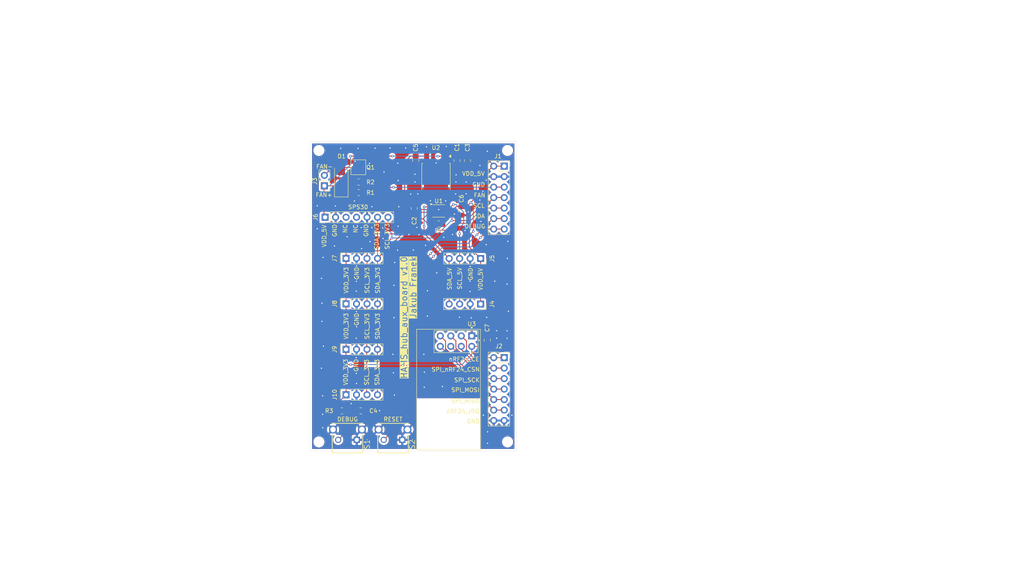
<source format=kicad_pcb>
(kicad_pcb (version 20240108) (generator "pcbnew") (generator_version "8.0")
  (layers (0 "F.Cu" signal) (31 "B.Cu" signal) (34 "B.Paste" user) (35 "F.Paste" user) (36 "B.SilkS" user "B.Silkscreen") (37 "F.SilkS" user "F.Silkscreen") (38 "B.Mask" user) (39 "F.Mask" user) (44 "Edge.Cuts" user))
  (net 0 "")
  (net 1 "GND")
  (net 2 "/VDD_5V")
  (net 3 "/VDD_3V3")
  (net 4 "/DEBUG_TOGGLE")
  (net 5 "Net-(D1-A)")
  (net 6 "/nRF24_IRQ")
  (net 7 "/SPI_MOSI")
  (net 8 "/I2C_SDA_3V3")
  (net 9 "/I2C_SCL_3V3")
  (net 10 "/SPI_SCK")
  (net 11 "/SPI_MISO")
  (net 12 "/FAN_ON")
  (net 13 "/SPI_CSN_nRF24")
  (net 14 "/nRF24_CE")
  (net 15 "/I2C_SDA_5V")
  (net 16 "/I2C_SCL_5V")
  (net 17 "Net-(Q1-G)")
  (net 18 "Net-(U1-OE)")
  (net 21 "/EN")
  (footprint "PCM_Package_TO_SOT_SMD_AKL:SOT-23" (layer "F.Cu") (at 95.15 64.975 180)
    (property "Reference" "Q1")
    (property "Value" "DMG3406L" (hide yes))
  )
  (footprint "Personal_SamacSys:TS1167443BK260RAD" (layer "F.Cu") (at 94.775 131)
    (property "Reference" "S1")
    (property "Value" "TS11-674-43-BK-260-RA-D" (hide yes))
  )
  (footprint "Personal_SamacSys:TS1167443BK260RAD" (layer "F.Cu") (at 105.8 131)
    (property "Reference" "S2")
    (property "Value" "TS11-674-43-BK-260-RA-D" (hide yes))
  )
  (footprint "Connector_PinSocket_2.54mm:PinSocket_2x07_P2.54mm_Vertical" (layer "F.Cu") (at 130.49 64.7)
    (property "Reference" "J1")
    (property "Value" "Conn_02x07_Odd_Even")
  )
  (footprint "MountingHole:MountingHole_2.2mm_M2_ISO7380" (layer "F.Cu") (at 85.6 60.9 -90)
    (property "Reference" "H4" (hide yes))
    (property "Value" "MountingHole")
  )
  (footprint "Resistor_SMD:R_0805_2012Metric_Pad1.20x1.40mm_HandSolder" (layer "F.Cu") (at 95.2 68.55 180)
    (property "Reference" "R2")
    (property "Value" "100")
  )
  (footprint "Connector_PinSocket_2.54mm:PinSocket_1x04_P2.54mm_Vertical" (layer "F.Cu") (at 124.775 87.075 -90)
    (property "Reference" "J5")
    (property "Value" "Conn_01x04")
  )
  (footprint "Connector_PinHeader_2.54mm:PinHeader_1x02_P2.54mm_Vertical" (layer "F.Cu") (at 86.925 69.465 180)
    (property "Reference" "J3")
    (property "Value" "Conn_01x02")
  )
  (footprint "Connector_PinSocket_2.54mm:PinSocket_2x07_P2.54mm_Vertical" (layer "F.Cu") (at 130.49 111.085)
    (property "Reference" "J2")
    (property "Value" "Conn_02x07_Odd_Even")
  )
  (footprint "Resistor_SMD:R_0805_2012Metric_Pad1.20x1.40mm_HandSolder" (layer "F.Cu") (at 95.225 71.1 180)
    (property "Reference" "R1")
    (property "Value" "100k")
  )
  (footprint "Capacitor_SMD:C_0805_2012Metric_Pad1.18x1.45mm_HandSolder" (layer "F.Cu") (at 119.0425 63.35 -90)
    (property "Reference" "C1")
    (property "Value" "100 nF")
  )
  (footprint "Capacitor_SMD:C_0805_2012Metric_Pad1.18x1.45mm_HandSolder" (layer "F.Cu") (at 108.7 74.925 90)
    (property "Reference" "C2")
    (property "Value" "100 nF")
  )
  (footprint "MountingHole:MountingHole_2.2mm_M2_ISO7380" (layer "F.Cu") (at 85.6 131.5 -90)
    (property "Reference" "H3" (hide yes))
    (property "Value" "MountingHole")
  )
  (footprint "Capacitor_SMD:C_0805_2012Metric_Pad1.18x1.45mm_HandSolder" (layer "F.Cu") (at 121.5925 63.35 -90)
    (property "Reference" "C3")
    (property "Value" "10 uF")
  )
  (footprint "MountingHole:MountingHole_2.2mm_M2_ISO7380" (layer "F.Cu") (at 131.3 60.9 -90)
    (property "Reference" "H1" (hide yes))
    (property "Value" "MountingHole")
  )
  (footprint "RF_Module:nRF24L01_Breakout" (layer "F.Cu") (at 122.625 105.8105 -90)
    (property "Reference" "U3")
    (property "Value" "NRF24L01_Breakout")
  )
  (footprint "Package_SO:SSOP-8_2.95x2.8mm_P0.65mm" (layer "F.Cu") (at 114.625 75.55)
    (property "Reference" "U1")
    (property "Value" "TCA9406DC")
  )
  (footprint "Connector_PinSocket_2.54mm:PinSocket_1x04_P2.54mm_Vertical" (layer "F.Cu") (at 92.175 87.05 90)
    (property "Reference" "J7")
    (property "Value" "Conn_01x04")
  )
  (footprint "Diode_SMD:D_SMA_Handsoldering" (layer "F.Cu") (at 91.025 67.65 90)
    (property "Reference" "D1")
    (property "Value" "Diotec M3")
  )
  (footprint "Connector_PinSocket_2.54mm:PinSocket_1x04_P2.54mm_Vertical" (layer "F.Cu") (at 92.17 120.075 90)
    (property "Reference" "J10")
    (property "Value" "Conn_01x04")
  )
  (footprint "Connector_PinSocket_2.54mm:PinSocket_1x04_P2.54mm_Vertical" (layer "F.Cu") (at 124.775 98.1 -90)
    (property "Reference" "J4")
    (property "Value" "Conn_01x04")
  )
  (footprint "Connector_PinHeader_2.54mm:PinHeader_1x07_P2.54mm_Vertical" (layer "F.Cu") (at 87.1 77.075 90)
    (property "Reference" "J6")
    (property "Value" "Conn_01x07")
  )
  (footprint "Capacitor_SMD:C_0805_2012Metric_Pad1.18x1.45mm_HandSolder" (layer "F.Cu") (at 95.7375 123.975)
    (property "Reference" "C4")
    (property "Value" "100 nF")
  )
  (footprint "Capacitor_SMD:C_0805_2012Metric_Pad1.18x1.45mm_HandSolder" (layer "F.Cu") (at 126.375 106.8625 90)
    (property "Reference" "C7")
    (property "Value" "10 uF")
  )
  (footprint "Resistor_SMD:R_0805_2012Metric_Pad1.20x1.40mm_HandSolder" (layer "F.Cu") (at 91.175 123.975 180)
    (property "Reference" "R3")
    (property "Value" "10k")
  )
  (footprint "Capacitor_SMD:C_0805_2012Metric_Pad1.18x1.45mm_HandSolder" (layer "F.Cu") (at 120.125 75.55 -90)
    (property "Reference" "C6")
    (property "Value" "100 nF")
  )
  (footprint "Capacitor_SMD:C_0805_2012Metric_Pad1.18x1.45mm_HandSolder" (layer "F.Cu") (at 109.0425 63.3125 -90)
    (property "Reference" "C5")
    (property "Value" "4.7 uF, ESR <3 Ohm")
  )
  (footprint "Package_TO_SOT_SMD:TO-252-2" (layer "F.Cu") (at 113.97 67.34 -90)
    (property "Reference" "U2")
    (property "Value" "NCP5501")
  )
  (footprint "Connector_PinSocket_2.54mm:PinSocket_1x04_P2.54mm_Vertical" (layer "F.Cu") (at 92.17 109.08 90)
    (property "Reference" "J9")
    (property "Value" "Conn_01x04")
  )
  (footprint "Resistor_SMD:R_0805_2012Metric_Pad1.20x1.40mm_HandSolder" (layer "F.Cu") (at 114.625 78.7 180)
    (property "Reference" "R4")
    (property "Value" "10k")
  )
  (footprint "MountingHole:MountingHole_2.2mm_M2_ISO7380" (layer "F.Cu") (at 131.3 131.5 -90)
    (property "Reference" "H2" (hide yes))
    (property "Value" "MountingHole")
  )
  (footprint "Connector_PinSocket_2.54mm:PinSocket_1x04_P2.54mm_Vertical" (layer "F.Cu") (at 92.175 98.05 90)
    (property "Reference" "J8")
    (property "Value" "Conn_01x04")
  )
  (gr_rect (start 83.455 58.7) (end 133.455 133.7) (stroke (width 0.05)) (fill none) (layer "Edge.Cuts"))
  (gr_text "VDD_3V3" (at 92.675 111.325 90) (layer "F.SilkS") (effects (font (size 1 1)) (justify right bottom)))
  (gr_text "SPI_SCK" (at 118.275 117.1 0) (layer "F.SilkS") (effects (font (size 1 1)) (justify left bottom)))
  (gr_text "DEBUG" (at 125.97 79.87 0) (layer "F.SilkS") (effects (font (size 1 1)) (justify right bottom)))
  (gr_text "SDA" (at 125.87 77.395 0) (layer "F.SilkS") (effects (font (size 1 1)) (justify right bottom)))
  (gr_text "SDA_3V3" (at 100.4 100.225 90) (layer "F.SilkS") (effects (font (size 1 1)) (justify right bottom)))
  (gr_text "VDD_5V" (at 125.845 67.095 0) (layer "F.SilkS") (effects (font (size 1 1)) (justify right bottom)))
  (gr_text "NC" (at 92.55 78.725 90) (layer "F.SilkS") (effects (font (size 1 1)) (justify right bottom)))
  (gr_text "Jakub Franek" (at 109.325 101.7 90) (layer "F.SilkS" knockout) (effects (font (size 1.5 1.5) (thickness 0.2) (bold yes)) (justify left bottom)))
  (gr_text "NC" (at 95.075 78.725 90) (layer "F.SilkS") (effects (font (size 1 1)) (justify right bottom)))
  (gr_text "SCL_3V3" (at 102.75 78.475 90) (layer "F.SilkS") (effects (font (size 1 1)) (justify right bottom)))
  (gr_text "HAMS_hub_aux_board v1.0" (at 107.125 116.3395 90) (layer "F.SilkS" knockout) (effects (font (size 1.5 1.5) (thickness 0.2) (bold yes)) (justify left bottom)))
  (gr_text "GND" (at 90 78.675 90) (layer "F.SilkS") (effects (font (size 1 1)) (justify right bottom)))
  (gr_text "SDA_3V3" (at 100.3 111.375 90) (layer "F.SilkS") (effects (font (size 1 1)) (justify right bottom)))
  (gr_text "GND" (at 122.925 89.2 90) (layer "F.SilkS") (effects (font (size 1 1)) (justify right bottom)))
  (gr_text "VDD_3V3" (at 92.8 89.05 90) (layer "F.SilkS") (effects (font (size 1 1)) (justify right bottom)))
  (gr_text "SCL_5V" (at 120.3 89.15 90) (layer "F.SilkS") (effects (font (size 1 1)) (justify right bottom)))
  (gr_text "VDD_3V3" (at 92.775 100.175 90) (layer "F.SilkS") (effects (font (size 1 1)) (justify right bottom)))
  (gr_text "nRF24_IRQ" (at 116.375 124.675 0) (layer "F.SilkS") (effects (font (size 1 1)) (justify left bottom)))
  (gr_text "nRF24_CE" (at 117 112.05 0) (layer "F.SilkS") (effects (font (size 1 1)) (justify left bottom)))
  (gr_text "DEBUG" (at 89.95 126.6 0) (layer "F.SilkS") (effects (font (size 1 1)) (justify left bottom)))
  (gr_text "GND" (at 95.225 111.325 90) (layer "F.SilkS") (effects (font (size 1 1)) (justify right bottom)))
  (gr_text "RESET" (at 101.2 126.6 0) (layer "F.SilkS") (effects (font (size 1 1)) (justify left bottom)))
  (gr_text "VDD_5V" (at 87.475 78.8 90) (layer "F.SilkS") (effects (font (size 1 1)) (justify right bottom)))
  (gr_text "GND" (at 95.325 100.175 90) (layer "F.SilkS") (effects (font (size 1 1)) (justify right bottom)))
  (gr_text "SDA_3V3" (at 100.2 78.5 90) (layer "F.SilkS") (effects (font (size 1 1)) (justify right bottom)))
  (gr_text "FAN" (at 125.99 72.34 0) (layer "F.SilkS") (effects (font (size 1 1)) (justify right bottom)))
  (gr_text "GND" (at 95.35 89.05 90) (layer "F.SilkS") (effects (font (size 1 1)) (justify right bottom)))
  (gr_text "SPS30" (at 97.6 75.2 0) (layer "F.SilkS") (effects (font (size 1 1)) (justify right bottom)))
  (gr_text "GND" (at 125.92 69.745 0) (layer "F.SilkS") (effects (font (size 1 1)) (justify right bottom)))
  (gr_text "SPI_MISO" (at 117.525 122.175 0) (layer "F.SilkS") (effects (font (size 1 1)) (justify left bottom)))
  (gr_text "VDD_5V" (at 125.325 89.275 90) (layer "F.SilkS") (effects (font (size 1 1)) (justify right bottom)))
  (gr_text "GND" (at 97.625 78.65 90) (layer "F.SilkS") (effects (font (size 1 1)) (justify right bottom)))
  (gr_text "SDA_5V" (at 117.825 89.2 90) (layer "F.SilkS") (effects (font (size 1 1)) (justify right bottom)))
  (gr_text "GND" (at 121.34 127.08 0) (layer "F.SilkS") (effects (font (size 1 1)) (justify left bottom)))
  (gr_text "SCL_3V3" (at 97.75 111.4 90) (layer "F.SilkS") (effects (font (size 1 1)) (justify right bottom)))
  (gr_text "SCL_3V3" (at 97.85 100.25 90) (layer "F.SilkS") (effects (font (size 1 1)) (justify right bottom)))
  (gr_text "FAN+" (at 88.925 72.25 0) (layer "F.SilkS") (effects (font (size 1 1)) (justify right bottom)))
  (gr_text "SPI_MOSI" (at 117.575 119.5 0) (layer "F.SilkS") (effects (font (size 1 1)) (justify left bottom)))
  (gr_text "SDA_3V3" (at 100.425 89.1 90) (layer "F.SilkS") (effects (font (size 1 1)) (justify right bottom)))
  (gr_text "FAN-" (at 89.05 65.375 0) (layer "F.SilkS") (effects (font (size 1 1)) (justify right bottom)))
  (gr_text "SCL" (at 125.845 74.87 0) (layer "F.SilkS") (effects (font (size 1 1)) (justify right bottom)))
  (gr_text "SCL_3V3" (at 97.875 89.125 90) (layer "F.SilkS") (effects (font (size 1 1)) (justify right bottom)))
  (gr_text "SPI_nRF24_CSN" (at 112.8 114.525 0) (layer "F.SilkS") (effects (font (size 1 1)) (justify left bottom)))
  (segment (start 110.0375 75.225) (end 108.7 73.8875) (width 0.2) (layer "F.Cu") (net 1))
  (segment (start 112.925 75.225) (end 114.625 75.225) (width 0.2) (layer "F.Cu") (net 1))
  (segment (start 112.925 75.225) (end 110.0375 75.225) (width 0.2) (layer "F.Cu") (net 1))
  (segment (start 130.46 66.62) (end 130.49 66.59) (width 0.2) (layer "F.Cu") (net 1))
  (via (at 103.775 101.4) (size 0.6) (drill 0.3) (layers "F.Cu" "B.Cu") (net 1))
  (via (at 121.275 71.4) (size 0.6) (drill 0.3) (layers "F.Cu" "B.Cu") (net 1))
  (via (at 114 63.925) (size 0.6) (drill 0.3) (layers "F.Cu" "B.Cu") (net 1))
  (via (at 89.6 74.35) (size 0.6) (drill 0.3) (layers "F.Cu" "B.Cu") (net 1))
  (via (at 104.7 64) (size 0.6) (drill 0.3) (layers "F.Cu" "B.Cu") (net 1))
  (via (at 86.225 91.875) (size 0.6) (drill 0.3) (layers "F.Cu" "B.Cu") (net 1))
  (via (at 121.8 75.75) (size 0.6) (drill 0.3) (layers "F.Cu" "B.Cu") (net 1))
  (via (at 131.375 82.9) (size 0.6) (drill 0.3) (layers "F.Cu" "B.Cu") (net 1))
  (via (at 103.65 114.775) (size 0.6) (drill 0.3) (layers "F.Cu" "B.Cu") (net 1))
  (via (at 122.2 92.55) (size 0.6) (drill 0.3) (layers "F.Cu" "B.Cu") (net 1))
  (via (at 124.83 78.09) (size 0.6) (drill 0.3) (layers "F.Cu" "B.Cu") (net 1))
  (via (at 94.375 63.55) (size 0.6) (drill 0.3) (layers "F.Cu" "B.Cu") (net 1))
  (via (at 94.7 99.95) (size 0.6) (drill 0.3) (layers "F.Cu" "B.Cu") (net 1))
  (via (at 126.125 68.1) (size 0.6) (drill 0.3) (layers "F.Cu" "B.Cu") (net 1))
  (via (at 128.65 106.375) (size 0.6) (drill 0.3) (layers "F.Cu" "B.Cu") (net 1))
  (via (at 128.65 104.55) (size 0.6) (drill 0.3) (layers "F.Cu" "B.Cu") (net 1))
  (via (at 92.425 81.8) (size 0.6) (drill 0.3) (layers "F.Cu" "B.Cu") (net 1))
  (via (at 111.025 110.275) (size 0.6) (drill 0.3) (layers "F.Cu" "B.Cu") (net 1))
  (via (at 121 80.275) (size 0.6) (drill 0.3) (layers "F.Cu" "B.Cu") (net 1))
  (via (at 122.25 89) (size 0.6) (drill 0.3) (layers "F.Cu" "B.Cu") (net 1))
  (via (at 126.125 83.7) (size 0.6) (drill 0.3) (layers "F.Cu" "B.Cu") (net 1))
  (via (at 126.45 131.825) (size 0.6) (drill 0.3) (layers "F.Cu" "B.Cu") (net 1))
  (via (at 101.375 66.1) (size 0.6) (drill 0.3) (layers "F.Cu" "B.Cu") (net 1))
  (via (at 103.775 93.575) (size 0.6) (drill 0.3) (layers "F.Cu" "B.Cu") (net 1))
  (via (at 125.44 125.02) (size 0.6) (drill 0.3) (layers "F.Cu" "B.Cu") (net 1))
  (via (at 95.075 60.4) (size 0.6) (drill 0.3) (layers "F.Cu" "B.Cu") (net 1))
  (via (at 94.725 103.6) (size 0.6) (drill 0.3) (layers "F.Cu" "B.Cu") (net 1))
  (via (at 104.775 79.25) (size 0.6) (drill 0.3) (layers "F.Cu" "B.Cu") (net 1))
  (via (at 109.85 81.3) (size 0.6) (drill 0.3) (layers "F.Cu" "B.Cu") (net 1))
  (via (at 131.175 104.575) (size 0.6) (drill 0.3) (layers "F.Cu" "B.Cu") (net 1))
  (via (at 124.6 64.525) (size 0.6) (drill 0.3) (layers "F.Cu" "B.Cu") (net 1))
  (via (at 114.15 90.55) (size 0.6) (drill 0.3) (layers "F.Cu" "B.Cu") (net 1))
  (via (at 122.5 101.425) (size 0.6) (drill 0.3) (layers "F.Cu" "B.Cu") (net 1))
  (via (at 115.525 118.075) (size 0.6) (drill 0.3) (layers "F.Cu" "B.Cu") (net 1))
  (via (at 108.875 66.65) (size 0.6) (drill 0.3) (layers "F.Cu" "B.Cu") (net 1))
  (via (at 86.325 97.875) (size 0.6) (drill 0.3) (layers "F.Cu" "B.Cu") (net 1))
  (via (at 86.7 108.3) (size 0.6) (drill 0.3) (layers "F.Cu" "B.Cu") (net 1))
  (via (at 97.975 82.975) (size 0.6) (drill 0.3) (layers "F.Cu" "B.Cu") (net 1))
  (via (at 114.625 75.225) (size 0.6) (drill 0.3) (layers "F.Cu" "B.Cu") (net 1))
  (via (at 111.125 118.25) (size 0.6) (drill 0.3) (layers "F.Cu" "B.Cu") (net 1))
  (via (at 86.525 128.05) (size 0.6) (drill 0.3) (layers "F.Cu" "B.Cu") (net 1))
  (via (at 118.43 76.3) (size 0.6) (drill 0.3) (layers "F.Cu" "B.Cu") (net 1))
  (via (at 108.475 85.025) (size 0.6) (drill 0.3) (layers "F.Cu" "B.Cu") (net 1))
  (via (at 111.425 83.875) (size 0.6) (drill 0.3) (layers "F.Cu" "B.Cu") (net 1))
  (via (at 126.25 101.325) (size 0.6) (drill 0.3) (layers "F.Cu" "B.Cu") (net 1))
  (via (at 94.65 114.9) (size 0.6) (drill 0.3) (layers "F.Cu" "B.Cu") (net 1))
  (via (at 95.85 79.6) (size 0.6) (drill 0.3) (layers "F.Cu" "B.Cu") (net 1))
  (via (at 112.6 73.1) (size 0.6) (drill 0.3) (layers "F.Cu" "B.Cu") (net 1))
  (via (at 101.15 82.225) (size 0.6) (drill 0.3) (layers "F.Cu" "B.Cu") (net 1))
  (via (at 131.2 106.4) (size 0.6) (drill 0.3) (layers "F.Cu" "B.Cu") (net 1))
  (via (at 122.2 95.075) (size 0.6) (drill 0.3) (layers "F.Cu" "B.Cu") (net 1))
  (via (at 111.15 114.6) (size 0.6) (drill 0.3) (layers "F.Cu" "B.Cu") (net 1))
  (via (at 106.625 60.3) (size 0.6) (drill 0.3) (layers "F.Cu" "B.Cu") (net 1))
  (via (at 131.2 93.275) (size 0.6) (drill 0.3) (layers "F.Cu" "B.Cu") (net 1))
  (via (at 126.475 129.05) (size 0.6) (drill 0.3) (layers "F.Cu" "B.Cu") (net 1))
  (via (at 86.6 86.8) (size 0.6) (drill 0.3) (layers "F.Cu" "B.Cu") (net 1))
  (via (at 111.875 94.875) (size 0.6) (drill 0.3) (layers "F.Cu" "B.Cu") (net 1))
  (via (at 124.425 106.875) (size 0.6) (drill 0.3) (layers "F.Cu" "B.Cu") (net 1))
  (via (at 86.325 102.3) (size 0.6) (drill 0.3) (layers "F.Cu" "B.Cu") (net 1))
  (via (at 86.225 113.65) (size 0.6) (drill 0.3) (layers "F.Cu" "B.Cu") (net 1))
  (via (at 117.95 81.25) (size 0.6) (drill 0.3) (layers "F.Cu" "B.Cu") (net 1))
  (via (at 132.35 125.04) (size 0.6) (drill 0.3) (layers "F.Cu" "B.Cu") (net 1))
  (via (at 109.55 71.425) (size 0.6) (drill 0.3) (layers "F.Cu" "B.Cu") (net 1))
  (via (at 107.4 81.25) (size 0.6) (drill 0.3) (layers "F.Cu" "B.Cu") (net 1))
  (via (at 103.9 120.15) (size 0.6) (drill 0.3) (layers "F.Cu" "B.Cu") (net 1))
  (via (at 94.675 92.6) (size 0.6) (drill 0.3) (layers "F.Cu" "B.Cu") (net 1))
  (via (at 111.675 60) (size 0.6) (drill 0.3) (layers "F.Cu" "B.Cu") (net 1))
  (via (at 109.325 79.55) (size 0.6) (drill 0.3) (layers "F.Cu" "B.Cu") (net 1))
  (via (at 95.925 84.675) (size 0.6) (drill 0.3) (layers "F.Cu" "B.Cu") (net 1))
  (via (at 94.65 94.975) (size 0.6) (drill 0.3) (layers "F.Cu" "B.Cu") (net 1))
  (via (at 108.875 68.525) (size 0.6) (drill 0.3) (layers "F.Cu" "B.Cu") (net 1))
  (via (at 94.65 106.375) (size 0.6) (drill 0.3) (layers "F.Cu" "B.Cu") (net 1))
  (via (at 119.65 101.3) (size 0.6) (drill 0.3) (layers "F.Cu" "B.Cu") (net 1))
  (via (at 85.2 74.3) (size 0.6) (drill 0.3) (layers "F.Cu" "B.Cu") (net 1))
  (via (at 101.025 79.675) (size 0.6) (drill 0.3) (layers "F.Cu" "B.Cu") (net 1))
  (via (at 121.275 68.525) (size 0.6) (drill 0.3) (layers "F.Cu" "B.Cu") (net 1))
  (via (at 111.875 101.025) (size 0.6) (drill 0.3) (layers "F.Cu" "B.Cu") (net 1))
  (via (at 89.375 84.025) (size 0.6) (drill 0.3) (layers "F.Cu" "B.Cu") (net 1))
  (via (at 85.2 79.85) (size 0.6) (drill 0.3) (layers "F.Cu" "B.Cu") (net 1))
  (via (at 118.725 71.425) (size 0.6) (drill 0.3) (layers "F.Cu" "B.Cu") (net 1))
  (via (at 104.8 68.175) (size 0.6) (drill 0.3) (layers "F.Cu" "B.Cu") (net 1))
  (via (at 104.65 85.05) (size 0.6) (drill 0.3) (layers "F.Cu" "B.Cu") (net 1))
  (via (at 98.425 79.6) (size 0.6) (drill 0.3) (layers "F.Cu" "B.Cu") (net 1))
  (via (at 131.5 99.85) (size 0.6) (drill 0.3) (layers "F.Cu" "B.Cu") (net 1))
  (via (at 126.4 61.075) (size 0.6) (drill 0.3) (layers "F.Cu" "B.Cu") (net 1))
  (via (at 102.85 60.3) (size 0.6) (drill 0.3) (layers "F.Cu" "B.Cu") (net 1))
  (via (at 116.3 73.1) (size 0.6) (drill 0.3) (layers "F.Cu" "B.Cu") (net 1))
  (via (at 93.425 122.225) (size 0.6) (drill 0.3) (layers "F.Cu" "B.Cu") (net 1))
  (via (at 90.9 60.375) (size 0.6) (drill 0.3) (layers "F.Cu" "B.Cu") (net 1))
  (via (at 124.6 72.925) (size 0.6) (drill 0.3) (layers "F.Cu" "B.Cu") (net 1))
  (via (at 94.2 73.125) (size 0.6) (drill 0.3) (layers "F.Cu" "B.Cu") (net 1))
  (via (at 99.2 60.35) (size 0.6) (drill 0.3) (layers "F.Cu" "B.Cu") (net 1))
  (via (at 118.825 66.8) (size 0.6) (drill 0.3) (layers "F.Cu" "B.Cu") (net 1))
  (via (at 94.7 117.35) (size 0.6) (drill 0.3) (layers "F.Cu" "B.Cu") (net 1))
  (via (at 118.8 68.525) (size 0.6) (drill 0.3) (layers "F.Cu" "B.Cu") (net 1))
  (via (at 104.95 74.525) (size 0.6) (drill 0.3) (layers "F.Cu" "B.Cu") (net 1))
  (via (at 115.85 81.925) (size 0.6) (drill 0.3) (layers "F.Cu" "B.Cu") (net 1))
  (via (at 100.275 123.925) (size 0.6) (drill 0.3) (layers "F.Cu" "B.Cu") (net 1))
  (via (at 86.5 120.325) (size 0.6) (drill 0.3) (layers "F.Cu" "B.Cu") (net 1))
  (via (at 107.825 71.475) (size 0.6) (drill 0.3) (layers "F.Cu" "B.Cu") (net 1))
  (via (at 97.875 64) (size 0.6) (drill 0.3) (layers "F.Cu" "B.Cu") (net 1))
  (via (at 86.5 124.825) (size 0.6) (drill 0.3) (layers "F.Cu" "B.Cu") (net 1))
  (via (at 103.95 88.025) (size 0.6) (drill 0.3) (layers "F.Cu" "B.Cu") (net 1))
  (via (at 125.325 70.8) (size 0.6) (drill 0.3) (layers "F.Cu" "B.Cu") (net 1))
  (via (at 131.25 87.025) (size 0.6) (drill 0.3) (layers "F.Cu" "B.Cu") (net 1))
  (via (at 116.45 59.95) (size 0.6) (drill 0.3) (layers "F.Cu" "B.Cu") (net 1))
  (via (at 128.2 92.575) (size 0.6) (drill 0.3) (layers "F.Cu" "B.Cu") (net 1))
  (via (at 103.525 110.275) (size 0.6) (drill 0.3) (layers "F.Cu" "B.Cu") (net 1))
  (via (at 98.45 74.525) (size 0.6) (drill 0.3) (layers "F.Cu" "B.Cu") (net 1))
  (via (at 94.7 88.875) (size 0.6) (drill 0.3) (layers "F.Cu" "B.Cu") (net 1))
  (via (at 94.625 111.075) (size 0.6) (drill 0.3) (layers "F.Cu" "B.Cu") (net 1))
  (segment (start 122.425 73.475) (end 123.725 72.175) (width 0.2) (layer "F.Cu") (net 2))
  (segment (start 118.15 75.225) (end 118.8625 74.5125) (width 0.2) (layer "F.Cu") (net 2))
  (segment (start 86.83 77.725) (end 86.83 69.96) (width 0.2) (layer "F.Cu") (net 2))
  (segment (start 127.95 64.7) (end 130.49 64.7) (width 0.2) (layer "F.Cu") (net 2))
  (segment (start 114.475 62.3) (end 116.25 62.3) (width 0.2) (layer "F.Cu") (net 2))
  (segment (start 123 80.475) (end 122.05 81.425) (width 0.2) (layer "F.Cu") (net 2))
  (segment (start 124.85 87.15) (end 124.775 87.075) (width 0.2) (layer "F.Cu") (net 2))
  (segment (start 121.3875 74.5125) (end 120.125 74.5125) (width 0.2) (layer "F.Cu") (net 2))
  (segment (start 122.425 73.475) (end 121.3875 74.5125) (width 0.2) (layer "F.Cu") (net 2))
  (segment (start 121.5925 62.3125) (end 119.0425 62.3125) (width 0.2) (layer "F.Cu") (net 2))
  (segment (start 122.05 84.35) (end 124.775 87.075) (width 0.2) (layer "F.Cu") (net 2))
  (segment (start 127.96 64.51) (end 125.7625 62.3125) (width 0.2) (layer "F.Cu") (net 2))
  (segment (start 91.025 70.15) (end 90.34 69.465) (width 0.2) (layer "F.Cu") (net 2))
  (segment (start 122.05 81.425) (end 122.05 84.35) (width 0.2) (layer "F.Cu") (net 2))
  (segment (start 116.2625 62.3125) (end 116.25 62.3) (width 0.2) (layer "F.Cu") (net 2))
  (segment (start 119.0425 62.3125) (end 116.2625 62.3125) (width 0.2) (layer "F.Cu") (net 2))
  (segment (start 93.25 62.275) (end 103.4 62.275) (width 0.2) (layer "F.Cu") (net 2))
  (segment (start 123.725 72.175) (end 123.725 68.745) (width 0.2) (layer "F.Cu") (net 2))
  (segment (start 123.725 68.745) (end 127.96 64.51) (width 0.2) (layer "F.Cu") (net 2))
  (segment (start 118.8625 74.5125) (end 120.125 74.5125) (width 0.2) (layer "F.Cu") (net 2))
  (segment (start 125.7625 62.3125) (end 121.5925 62.3125) (width 0.2) (layer "F.Cu") (net 2))
  (segment (start 90.34 69.465) (end 87.36 69.465) (width 0.2) (layer "F.Cu") (net 2))
  (segment (start 116.325 75.225) (end 118.15 75.225) (width 0.2) (layer "F.Cu") (net 2))
  (segment (start 124.775 87.075) (end 124.775 98.1) (width 0.2) (layer "F.Cu") (net 2))
  (via (at 103.4 62.275) (size 0.6) (drill 0.3) (layers "F.Cu" "B.Cu") (net 2))
  (via (at 93.25 62.275) (size 0.6) (drill 0.3) (layers "F.Cu" "B.Cu") (net 2))
  (via (at 122.425 73.475) (size 0.6) (drill 0.3) (layers "F.Cu" "B.Cu") (net 2))
  (via (at 114.475 62.3) (size 0.6) (drill 0.3) (layers "F.Cu" "B.Cu") (net 2))
  (via (at 123 80.475) (size 0.6) (drill 0.3) (layers "F.Cu" "B.Cu") (net 2))
  (segment (start 88.16 69.465) (end 86.925 69.465) (width 0.2) (layer "B.Cu") (net 2))
  (segment (start 123 80.475) (end 123 74.05) (width 0.2) (layer "B.Cu") (net 2))
  (segment (start 103.4 62.275) (end 114.45 62.275) (width 0.2) (layer "B.Cu") (net 2))
  (segment (start 93.25 62.275) (end 93.25 64.375) (width 0.2) (layer "B.Cu") (net 2))
  (segment (start 114.45 62.275) (end 114.475 62.3) (width 0.2) (layer "B.Cu") (net 2))
  (segment (start 123 74.05) (end 122.425 73.475) (width 0.2) (layer "B.Cu") (net 2))
  (segment (start 93.25 64.375) (end 88.16 69.465) (width 0.2) (layer "B.Cu") (net 2))
  (segment (start 112.925 75.875) (end 113.925 75.875) (width 0.2) (layer "F.Cu") (net 3))
  (segment (start 106.375 75.875) (end 112.925 75.875) (width 0.2) (layer "F.Cu") (net 3))
  (segment (start 92.175 85.625) (end 92.175 87.05) (width 0.2) (layer "F.Cu") (net 3))
  (segment (start 109.0425 62.275) (end 107.825 62.275) (width 0.2) (layer "F.Cu") (net 3))
  (segment (start 93.3 112.775) (end 92.175 112.775) (width 0.2) (layer "F.Cu") (net 3))
  (segment (start 113.625 77.725) (end 113.625 78.65) (width 0.2) (layer "F.Cu") (net 3))
  (segment (start 106.375 63.725) (end 106.375 79.5) (width 0.2) (layer "F.Cu") (net 3))
  (segment (start 113.625 78.65) (end 113.675 78.7) (width 0.2) (layer "F.Cu") (net 3))
  (segment (start 106.375 79.5) (end 104.775 81.1) (width 0.2) (layer "F.Cu") (net 3))
  (segment (start 92.17 109.08) (end 92.17 112.77) (width 0.2) (layer "F.Cu") (net 3))
  (segment (start 92.17 120.075) (end 90.175 122.07) (width 0.2) (layer "F.Cu") (net 3))
  (segment (start 125.9195 107.9) (end 124.95 107.9) (width 0.2) (layer "F.Cu") (net 3))
  (segment (start 92.095 109.255) (end 92.325 109.025) (width 0.2) (layer "F.Cu") (net 3))
  (segment (start 124.95 107.9) (end 124.4745 108.3755) (width 0.2) (layer "F.Cu") (net 3))
  (segment (start 92.175 98.185) (end 92.17 98.19) (width 0.2) (layer "F.Cu") (net 3))
  (segment (start 92.325 97.52) (end 92.47 97.375) (width 0.2) (layer "F.Cu") (net 3))
  (segment (start 96.7 81.1) (end 92.175 85.625) (width 0.2) (layer "F.Cu") (net 3))
  (segment (start 114.325 77.025) (end 113.625 77.725) (width 0.2) (layer "F.Cu") (net 3))
  (segment (start 109.0425 62.275) (end 111.665 62.275) (width 0.2) (layer "F.Cu") (net 3))
  (segment (start 124.4745 108.3755) (end 122.65 108.3755) (width 0.2) (layer "F.Cu") (net 3))
  (segment (start 92.175 98.05) (end 92.175 98.185) (width 0.2) (layer "F.Cu") (net 3))
  (segment (start 113.925 75.875) (end 114.325 76.275) (width 0.2) (layer "F.Cu") (net 3))
  (segment (start 114.325 76.275) (end 114.325 77.025) (width 0.2) (layer "F.Cu") (net 3))
  (segment (start 104.775 81.1) (end 96.7 81.1) (width 0.2) (layer "F.Cu") (net 3))
  (segment (start 92.175 112.775) (end 92.17 112.77) (width 0.2) (layer "F.Cu") (net 3))
  (segment (start 92.175 87.05) (end 92.175 98.05) (width 0.2) (layer "F.Cu") (net 3))
  (segment (start 107.825 62.275) (end 106.375 63.725) (width 0.2) (layer "F.Cu") (net 3))
  (segment (start 92.17 98.19) (end 92.17 109.08) (width 0.2) (layer "F.Cu") (net 3))
  (segment (start 92.17 112.77) (end 92.17 120.075) (width 0.2) (layer "F.Cu") (net 3))
  (segment (start 111.665 62.275) (end 111.69 62.3) (width 0.2) (layer "F.Cu") (net 3))
  (segment (start 90.175 122.07) (end 90.175 123.975) (width 0.2) (layer "F.Cu") (net 3))
  (via (at 93.3 112.775) (size 0.6) (drill 0.3) (layers "F.Cu" "B.Cu") (net 3))
  (segment (start 93.3 112.775) (end 120.25 112.775) (width 0.2) (layer "B.Cu") (net 3))
  (segment (start 120.25 112.775) (end 122.625 110.4) (width 0.2) (layer "B.Cu") (net 3))
  (segment (start 122.625 110.4) (end 122.625 108.3505) (width 0.2) (layer "B.Cu") (net 3))
  (segment (start 92.175 129.1) (end 90.275 131) (width 0.2) (layer "F.Cu") (net 4))
  (segment (start 106.2 125.15) (end 105.125 126.225) (width 0.2) (layer "F.Cu") (net 4))
  (segment (start 106.2 92.375) (end 106.2 125.15) (width 0.2) (layer "F.Cu") (net 4))
  (segment (start 123.875 81.3) (end 123.875 81.295) (width 0.2) (layer "F.Cu") (net 4))
  (segment (start 112.7 85.875) (end 106.2 92.375) (width 0.2) (layer "F.Cu") (net 4))
  (segment (start 127.77 77.4) (end 130.49 77.4) (width 0.2) (layer "F.Cu") (net 4))
  (segment (start 123.875 81.295) (end 127.77 77.4) (width 0.2) (layer "F.Cu") (net 4))
  (segment (start 94.7 123.975) (end 92.175 123.975) (width 0.2) (layer "F.Cu") (net 4))
  (segment (start 105.125 126.225) (end 92.175 126.225) (width 0.2) (layer "F.Cu") (net 4))
  (segment (start 92.175 123.975) (end 92.175 129.1) (width 0.2) (layer "F.Cu") (net 4))
  (via (at 123.875 81.3) (size 0.6) (drill 0.3) (layers "F.Cu" "B.Cu") (net 4))
  (via (at 112.7 85.875) (size 0.6) (drill 0.3) (layers "F.Cu" "B.Cu") (net 4))
  (segment (start 121.75 83.425) (end 123.875 81.3) (width 0.2) (layer "B.Cu") (net 4))
  (segment (start 115.15 83.425) (end 121.75 83.425) (width 0.2) (layer "B.Cu") (net 4))
  (segment (start 112.7 85.875) (end 115.15 83.425) (width 0.2) (layer "B.Cu") (net 4))
  (segment (start 91.025 65.15) (end 88.7 65.15) (width 0.2) (layer "F.Cu") (net 5))
  (segment (start 93.925 65) (end 91.175 65) (width 0.2) (layer "F.Cu") (net 5))
  (segment (start 88.7 65.15) (end 86.925 66.925) (width 0.2) (layer "F.Cu") (net 5))
  (segment (start 91.175 65) (end 91.025 65.15) (width 0.2) (layer "F.Cu") (net 5))
  (segment (start 125.8 121.635) (end 127.95 123.785) (width 0.2) (layer "F.Cu") (net 6))
  (segment (start 115.005 108.3505) (end 125.8 119.1455) (width 0.2) (layer "F.Cu") (net 6))
  (segment (start 127.95 123.785) (end 130.23 123.785) (width 0.2) (layer "F.Cu") (net 6))
  (segment (start 125.8 119.1455) (end 125.8 121.635) (width 0.2) (layer "F.Cu") (net 6))
  (segment (start 127.95 118.705) (end 117.5955 108.3505) (width 0.2) (layer "F.Cu") (net 7))
  (segment (start 117.5955 108.3505) (end 117.545 108.3505) (width 0.2) (layer "F.Cu") (net 7))
  (segment (start 127.69 118.705) (end 130.23 118.705) (width 0.2) (layer "F.Cu") (net 7))
  (segment (start 111.75 76.525) (end 112.925 76.525) (width 0.2) (layer "F.Cu") (net 8))
  (segment (start 99.795 109.075) (end 99.745 109.125) (width 0.2) (layer "F.Cu") (net 8))
  (segment (start 99.795 87.05) (end 99.795 98.05) (width 0.2) (layer "F.Cu") (net 8))
  (segment (start 116.475 80.225) (end 118.17 78.53) (width 0.2) (layer "F.Cu") (net 8))
  (segment (start 99.795 98.05) (end 99.795 109.075) (width 0.2) (layer "F.Cu") (net 8))
  (segment (start 112.45 80.225) (end 116.475 80.225) (width 0.2) (layer "F.Cu") (net 8))
  (segment (start 99.745 109.125) (end 99.745 120.12) (width 0.2) (layer "F.Cu") (net 8))
  (segment (start 118.17 78.53) (end 121.67 78.53) (width 0.2) (layer "F.Cu") (net 8))
  (segment (start 125.34 74.86) (end 130.49 74.86) (width 0.2) (layer "F.Cu") (net 8))
  (segment (start 112.175 79.95) (end 112.45 80.225) (width 0.2) (layer "F.Cu") (net 8))
  (segment (start 110.820128 77.479872) (end 110.820128 77.454872) (width 0.2) (layer "F.Cu") (net 8))
  (segment (start 99.745 120.12) (end 99.715 120.15) (width 0.2) (layer "F.Cu") (net 8))
  (segment (start 109.390128 77.454872) (end 99.795 87.05) (width 0.2) (layer "F.Cu") (net 8))
  (segment (start 110.820128 77.454872) (end 111.75 76.525) (width 0.2) (layer "F.Cu") (net 8))
  (segment (start 100.315 120) (end 99.715 120.6) (width 0.2) (layer "F.Cu") (net 8))
  (segment (start 110.829872 77.479872) (end 112.175 78.825) (width 0.2) (layer "F.Cu") (net 8))
  (segment (start 121.67 78.53) (end 125.34 74.86) (width 0.2) (layer "F.Cu") (net 8))
  (segment (start 112.175 78.825) (end 112.175 79.95) (width 0.2) (layer "F.Cu") (net 8))
  (segment (start 110.820128 77.454872) (end 109.390128 77.454872) (width 0.2) (layer "F.Cu") (net 8))
  (segment (start 99.8 77.325) (end 99.8 87.045) (width 0.2) (layer "B.Cu") (net 8))
  (segment (start 99.55 77.075) (end 99.8 77.325) (width 0.2) (layer "B.Cu") (net 8))
  (segment (start 99.8 87.045) (end 99.795 87.05) (width 0.2) (layer "B.Cu") (net 8))
  (segment (start 130.47 72.3) (end 130.49 72.32) (width 0.2) (layer "F.Cu") (net 9))
  (segment (start 97.175 120.15) (end 97.175 109.155) (width 0.2) (layer "F.Cu") (net 9))
  (segment (start 97.255 98.05) (end 97.255 87.05) (width 0.2) (layer "F.Cu") (net 9))
  (segment (start 97.175 109.155) (end 97.205 109.125) (width 0.2) (layer "F.Cu") (net 9))
  (segment (start 103.275 82.1) (end 100.175 85.2) (width 0.2) (layer "F.Cu") (net 9))
  (segment (start 97.55 120.225) (end 97.175 120.6) (width 0.2) (layer "F.Cu") (net 9))
  (segment (start 117.825 77.035) (end 117.315 76.525) (width 0.2) (layer "F.Cu") (net 9))
  (segment (start 121.29 77.885) (end 125.515 73.66) (width 0.2) (layer "F.Cu") (net 9))
  (segment (start 126.61 73.66) (end 127.97 72.3) (width 0.2) (layer "F.Cu") (net 9))
  (segment (start 97.255 85.97) (end 97.255 87.05) (width 0.2) (layer "F.Cu") (net 9))
  (segment (start 117.825 77.885) (end 121.29 77.885) (width 0.2) (layer "F.Cu") (net 9))
  (segment (start 97.205 109.125) (end 97.205 98.1) (width 0.2) (layer "F.Cu") (net 9))
  (segment (start 117.315 76.525) (end 116.325 76.525) (width 0.2) (layer "F.Cu") (net 9))
  (segment (start 117.825 77.885) (end 117.825 77.035) (width 0.2) (layer "F.Cu") (net 9))
  (segment (start 127.97 72.3) (end 130.47 72.3) (width 0.2) (layer "F.Cu") (net 9))
  (segment (start 98.025 85.2) (end 97.255 85.97) (width 0.2) (layer "F.Cu") (net 9))
  (segment (start 100.175 85.2) (end 98.025 85.2) (width 0.2) (layer "F.Cu") (net 9))
  (segment (start 97.205 98.1) (end 97.255 98.05) (width 0.2) (layer "F.Cu") (net 9))
  (segment (start 125.515 73.66) (end 126.61 73.66) (width 0.2) (layer "F.Cu") (net 9))
  (via (at 117.825 77.885) (size 0.6) (drill 0.3) (layers "F.Cu" "B.Cu") (net 9))
  (via (at 103.275 82.1) (size 0.6) (drill 0.3) (layers "F.Cu" "B.Cu") (net 9))
  (segment (start 103.275 82.1) (end 103.275 81.025) (width 0.2) (layer "B.Cu") (net 9))
  (segment (start 117.655 77.885) (end 113.44 82.1) (width 0.2) (layer "B.Cu") (net 9))
  (segment (start 117.825 77.885) (end 117.655 77.885) (width 0.2) (layer "B.Cu") (net 9))
  (segment (start 103.275 81.025) (end 102.34 80.09) (width 0.2) (layer "B.Cu") (net 9))
  (segment (start 102.34 80.09) (end 102.34 77.325) (width 0.2) (layer "B.Cu") (net 9))
  (segment (start 113.44 82.1) (end 103.275 82.1) (width 0.2) (layer "B.Cu") (net 9))
  (segment (start 126.18 116.18) (end 118.775 108.775) (width 0.2) (layer "F.Cu") (net 10))
  (segment (start 127.69 116.165) (end 130.23 116.165) (width 0.2) (layer "F.Cu") (net 10))
  (segment (start 127.95 116.165) (end 127.935 116.18) (width 0.2) (layer "F.Cu") (net 10))
  (segment (start 118.775 108.775) (end 118.775 107.0405) (width 0.2) (layer "F.Cu") (net 10))
  (segment (start 127.935 116.18) (end 126.18 116.18) (width 0.2) (layer "F.Cu") (net 10))
  (segment (start 118.775 107.0405) (end 117.545 105.8105) (width 0.2) (layer "F.Cu") (net 10))
  (segment (start 116.275 107.0805) (end 115.005 105.8105) (width 0.2) (layer "F.Cu") (net 11))
  (segment (start 127.95 121.245) (end 126.4 119.695) (width 0.2) (layer "F.Cu") (net 11))
  (segment (start 127.69 121.245) (end 130.23 121.245) (width 0.2) (layer "F.Cu") (net 11))
  (segment (start 126.4 119.695) (end 126.4 119) (width 0.2) (layer "F.Cu") (net 11))
  (segment (start 126.4 119) (end 116.275 108.875) (width 0.2) (layer "F.Cu") (net 11))
  (segment (start 116.275 108.875) (end 116.275 107.0805) (width 0.2) (layer "F.Cu") (net 11))
  (segment (start 103.7 69.825) (end 96.225 69.825) (width 0.2) (layer "F.Cu") (net 12))
  (segment (start 96.2 69.8) (end 96.2 71.075) (width 0.2) (layer "F.Cu") (net 12))
  (segment (start 96.2 71.075) (end 96.225 71.1) (width 0.2) (layer "F.Cu") (net 12))
  (segment (start 96.2 68.55) (end 96.2 69.8) (width 0.2) (layer "F.Cu") (net 12))
  (segment (start 96.225 69.825) (end 96.2 69.8) (width 0.2) (layer "F.Cu") (net 12))
  (segment (start 95.9 71.075) (end 95.95 71.125) (width 0.2) (layer "F.Cu") (net 12))
  (segment (start 127.95 69.78) (end 130.49 69.78) (width 0.2) (layer "F.Cu") (net 12))
  (via (at 103.7 69.825) (size 0.6) (drill 0.3) (layers "F.Cu" "B.Cu") (net 12))
  (segment (start 127.905 69.825) (end 127.95 69.78) (width 0.2) (layer "B.Cu") (net 12))
  (segment (start 103.7 69.825) (end 127.905 69.825) (width 0.2) (layer "B.Cu") (net 12))
  (segment (start 127.69 113.625) (end 130.23 113.625) (width 0.2) (layer "F.Cu") (net 13))
  (segment (start 127.95 113.625) (end 127.935 113.64) (width 0.2) (layer "F.Cu") (net 13))
  (segment (start 124.64 113.64) (end 120.085 109.085) (width 0.2) (layer "F.Cu") (net 13))
  (segment (start 120.085 109.085) (end 120.085 108.3505) (width 0.2) (layer "F.Cu") (net 13))
  (segment (start 127.935 113.64) (end 124.64 113.64) (width 0.2) (layer "F.Cu") (net 13))
  (segment (start 130.23 111.085) (end 127.69 111.085) (width 0.2) (layer "F.Cu") (net 14))
  (segment (start 121.325 107.0505) (end 120.085 105.8105) (width 0.2) (layer "F.Cu") (net 14))
  (segment (start 127.935 111.1) (end 123 111.1) (width 0.2) (layer "F.Cu") (net 14))
  (segment (start 123 111.1) (end 121.325 109.425) (width 0.2) (layer "F.Cu") (net 14))
  (segment (start 127.95 111.085) (end 127.935 111.1) (width 0.2) (layer "F.Cu") (net 14))
  (segment (start 121.325 109.425) (end 121.325 107.0505) (width 0.2) (layer "F.Cu") (net 14))
  (segment (start 117.155 87.075) (end 117.155 98.1) (width 0.2) (layer "F.Cu") (net 15))
  (segment (start 111.075 80.995) (end 117.155 87.075) (width 0.2) (layer "F.Cu") (net 15))
  (segment (start 112.925 74.575) (end 111.075 74.575) (width 0.2) (layer "F.Cu") (net 15))
  (segment (start 117.23 87.15) (end 117.155 87.075) (width 0.2) (layer "F.Cu") (net 15))
  (segment (start 111.075 79.3) (end 111.075 80.995) (width 0.2) (layer "F.Cu") (net 15))
  (via (at 111.075 74.575) (size 0.6) (drill 0.3) (layers "F.Cu" "B.Cu") (net 15))
  (via (at 111.075 79.3) (size 0.6) (drill 0.3) (layers "F.Cu" "B.Cu") (net 15))
  (segment (start 111.075 79.3) (end 111.075 74.575) (width 0.2) (layer "B.Cu") (net 15))
  (segment (start 117.575 74.575) (end 116.325 74.575) (width 0.2) (layer "F.Cu") (net 16))
  (segment (start 119.695 98.1) (end 119.695 87.075) (width 0.2) (layer "F.Cu") (net 16))
  (segment (start 119.695 81.075) (end 119.695 87.075) (width 0.2) (layer "F.Cu") (net 16))
  (segment (start 119.695 98) (end 119.77 98.075) (width 0.2) (layer "F.Cu") (net 16))
  (segment (start 118.175 73.975) (end 117.575 74.575) (width 0.2) (layer "F.Cu") (net 16))
  (via (at 119.695 81.075) (size 0.6) (drill 0.3) (layers "F.Cu" "B.Cu") (net 16))
  (via (at 118.175 73.975) (size 0.6) (drill 0.3) (layers "F.Cu" "B.Cu") (net 16))
  (segment (start 120.675 78.585) (end 120.675 75.825) (width 0.2) (layer "B.Cu") (net 16))
  (segment (start 119.695 81.075) (end 119.695 79.565) (width 0.2) (layer "B.Cu") (net 16))
  (segment (start 119.695 79.565) (end 120.675 78.585) (width 0.2) (layer "B.Cu") (net 16))
  (segment (start 118.825 73.975) (end 118.175 73.975) (width 0.2) (layer "B.Cu") (net 16))
  (segment (start 120.675 75.825) (end 118.825 73.975) (width 0.2) (layer "B.Cu") (net 16))
  (segment (start 94.2 67.275) (end 95.525 65.95) (width 0.2) (layer "F.Cu") (net 17))
  (segment (start 94.2 68.55) (end 94.2 67.275) (width 0.2) (layer "F.Cu") (net 17))
  (segment (start 95.525 65.95) (end 95.925 65.95) (width 0.2) (layer "F.Cu") (net 17))
  (segment (start 114.9 76.975) (end 115.675 77.75) (width 0.2) (layer "F.Cu") (net 18))
  (segment (start 116.325 75.875) (end 115.325 75.875) (width 0.2) (layer "F.Cu") (net 18))
  (segment (start 115.675 77.75) (end 115.675 78.7) (width 0.2) (layer "F.Cu") (net 18))
  (segment (start 115.325 75.875) (end 114.9 76.3) (width 0.2) (layer "F.Cu") (net 18))
  (segment (start 114.9 76.3) (end 114.9 76.975) (width 0.2) (layer "F.Cu") (net 18))
  (segment (start 124.725 82) (end 126.785 79.94) (width 0.2) (layer "F.Cu") (net 21))
  (segment (start 113.375 86.525) (end 106.85 93.05) (width 0.2) (layer "F.Cu") (net 21))
  (segment (start 126.785 79.94) (end 127.95 79.94) (width 0.2) (layer "F.Cu") (net 21))
  (segment (start 106.85 125.45) (end 101.3 131) (width 0.2) (layer "F.Cu") (net 21))
  (segment (start 127.95 79.94) (end 130.49 79.94) (width 0.2) (layer "F.Cu") (net 21))
  (segment (start 106.85 93.05) (end 106.85 125.45) (width 0.2) (layer "F.Cu") (net 21))
  (segment (start 130.49 79.94) (end 130.5 79.93) (width 0.2) (layer "F.Cu") (net 21))
  (segment (start 127.69 79.29) (end 127.95 79.29) (width 0.2) (layer "F.Cu") (net 21))
  (via (at 124.725 82) (size 0.6) (drill 0.3) (layers "F.Cu" "B.Cu") (net 21))
  (via (at 113.375 86.525) (size 0.6) (drill 0.3) (layers "F.Cu" "B.Cu") (net 21))
  (segment (start 122.475 84.25) (end 115.65 84.25) (width 0.2) (layer "B.Cu") (net 21))
  (segment (start 115.65 84.25) (end 113.375 86.525) (width 0.2) (layer "B.Cu") (net 21))
  (segment (start 124.725 82) (end 122.475 84.25) (width 0.2) (layer "B.Cu") (net 21))
  (zone (net 1) (net_name "GND") (layers "F&B.Cu") (name "GND") (connect_pads (clearance 0.5)) (min_thickness 0.25) (fill yes (thermal_gap 0.5) (thermal_bridge_width 0.5))
    (polygon (pts (xy 83.475 58.725) (xy 133.425 58.725) (xy 133.425 133.675) (xy 83.475 133.675)))
  )
  (zone (net 0) (net_name "") (layers "F&B.Cu" "Dwgs.User") (name "Antenna keepout") (connect_pads (clearance 0)) (min_thickness 0.25)
    (keepout (tracks not_allowed) (vias not_allowed) (pads not_allowed) (copperpour not_allowed) (footprints allowed))
    (fill (thermal_gap 0.5) (thermal_bridge_width 0.5))
    (polygon (pts (xy 109.275 133.4) (xy 109.275 120.9) (xy 124.725 120.9) (xy 124.725 133.4)))
  )
)
</source>
